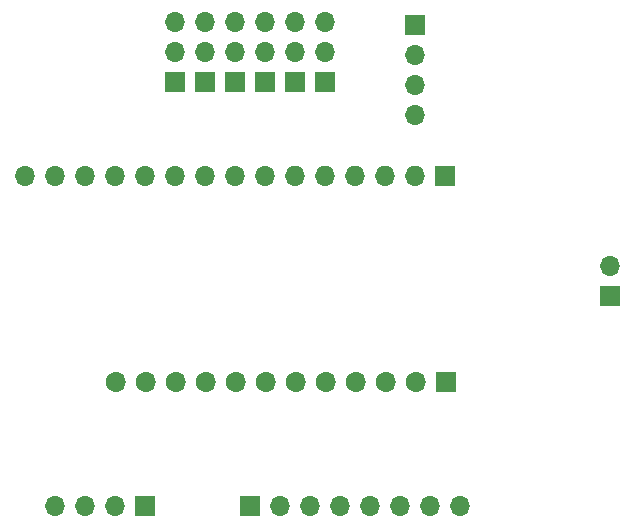
<source format=gbr>
%TF.GenerationSoftware,KiCad,Pcbnew,(6.0.9)*%
%TF.CreationDate,2023-02-14T12:36:13+03:00*%
%TF.ProjectId,kontrol_karti,6b6f6e74-726f-46c5-9f6b-617274692e6b,rev?*%
%TF.SameCoordinates,Original*%
%TF.FileFunction,Soldermask,Bot*%
%TF.FilePolarity,Negative*%
%FSLAX46Y46*%
G04 Gerber Fmt 4.6, Leading zero omitted, Abs format (unit mm)*
G04 Created by KiCad (PCBNEW (6.0.9)) date 2023-02-14 12:36:13*
%MOMM*%
%LPD*%
G01*
G04 APERTURE LIST*
%ADD10R,1.700000X1.700000*%
%ADD11O,1.700000X1.700000*%
%ADD12R,1.600000X1.600000*%
%ADD13O,1.600000X1.600000*%
%ADD14C,1.600000*%
G04 APERTURE END LIST*
D10*
%TO.C,J7*%
X68580000Y-55510000D03*
D11*
X68580000Y-52970000D03*
X68580000Y-50430000D03*
%TD*%
D10*
%TO.C,J35*%
X66040000Y-55510000D03*
D11*
X66040000Y-52970000D03*
X66040000Y-50430000D03*
%TD*%
D10*
%TO.C,REF\u002A\u002A*%
X86400000Y-80900000D03*
D11*
X83860000Y-80900000D03*
X81320000Y-80900000D03*
X78780000Y-80900000D03*
X76240000Y-80900000D03*
X73700000Y-80900000D03*
X71160000Y-80900000D03*
X68620000Y-80900000D03*
X66080000Y-80900000D03*
X63540000Y-80900000D03*
X61000000Y-80900000D03*
X58460000Y-80900000D03*
%TD*%
D10*
%TO.C,J6*%
X60960000Y-91440000D03*
D11*
X58420000Y-91440000D03*
X55880000Y-91440000D03*
X53340000Y-91440000D03*
%TD*%
D10*
%TO.C,J4*%
X73660000Y-55525000D03*
D11*
X73660000Y-52985000D03*
X73660000Y-50445000D03*
%TD*%
D10*
%TO.C,J3*%
X76200000Y-55525000D03*
D11*
X76200000Y-52985000D03*
X76200000Y-50445000D03*
%TD*%
D10*
%TO.C,J1*%
X100330000Y-73660000D03*
D11*
X100330000Y-71120000D03*
%TD*%
D10*
%TO.C,J37*%
X63500000Y-55510000D03*
D11*
X63500000Y-52970000D03*
X63500000Y-50430000D03*
%TD*%
D10*
%TO.C,REF\u002A\u002A*%
X86360000Y-63500000D03*
D11*
X83820000Y-63500000D03*
X81280000Y-63500000D03*
X78740000Y-63500000D03*
X76200000Y-63500000D03*
X73660000Y-63500000D03*
X71120000Y-63500000D03*
X68580000Y-63500000D03*
X66040000Y-63500000D03*
X63500000Y-63500000D03*
X60960000Y-63500000D03*
X58420000Y-63500000D03*
X55880000Y-63500000D03*
X53340000Y-63500000D03*
X50800000Y-63500000D03*
%TD*%
D10*
%TO.C,J5*%
X71120000Y-55525000D03*
D11*
X71120000Y-52985000D03*
X71120000Y-50445000D03*
%TD*%
D10*
%TO.C,J36*%
X83820000Y-50710000D03*
D11*
X83820000Y-53250000D03*
X83820000Y-55790000D03*
X83820000Y-58330000D03*
%TD*%
D12*
%TO.C,U1*%
X86360000Y-63410000D03*
D13*
X83820000Y-63410000D03*
X81280000Y-63410000D03*
X78740000Y-63410000D03*
X76200000Y-63410000D03*
X73660000Y-63410000D03*
D14*
X71120000Y-63410000D03*
X68580000Y-63410000D03*
X66040000Y-63410000D03*
X63500000Y-63410000D03*
X60960000Y-63410000D03*
X58420000Y-63410000D03*
X55880000Y-63410000D03*
X53340000Y-63410000D03*
X50800000Y-63410000D03*
X58420000Y-80910000D03*
X60960000Y-80910000D03*
X63500000Y-80910000D03*
X66040000Y-80910000D03*
X68580000Y-80910000D03*
X71120000Y-80910000D03*
X73660000Y-80910000D03*
X76200000Y-80910000D03*
X78740000Y-80910000D03*
X81280000Y-80910000D03*
X83820000Y-80910000D03*
D12*
X86360000Y-80910000D03*
%TD*%
D10*
%TO.C,J2*%
X69865000Y-91415000D03*
D11*
X72405000Y-91415000D03*
X74945000Y-91415000D03*
X77485000Y-91415000D03*
X80025000Y-91415000D03*
X82565000Y-91415000D03*
X85105000Y-91415000D03*
X87645000Y-91415000D03*
%TD*%
M02*

</source>
